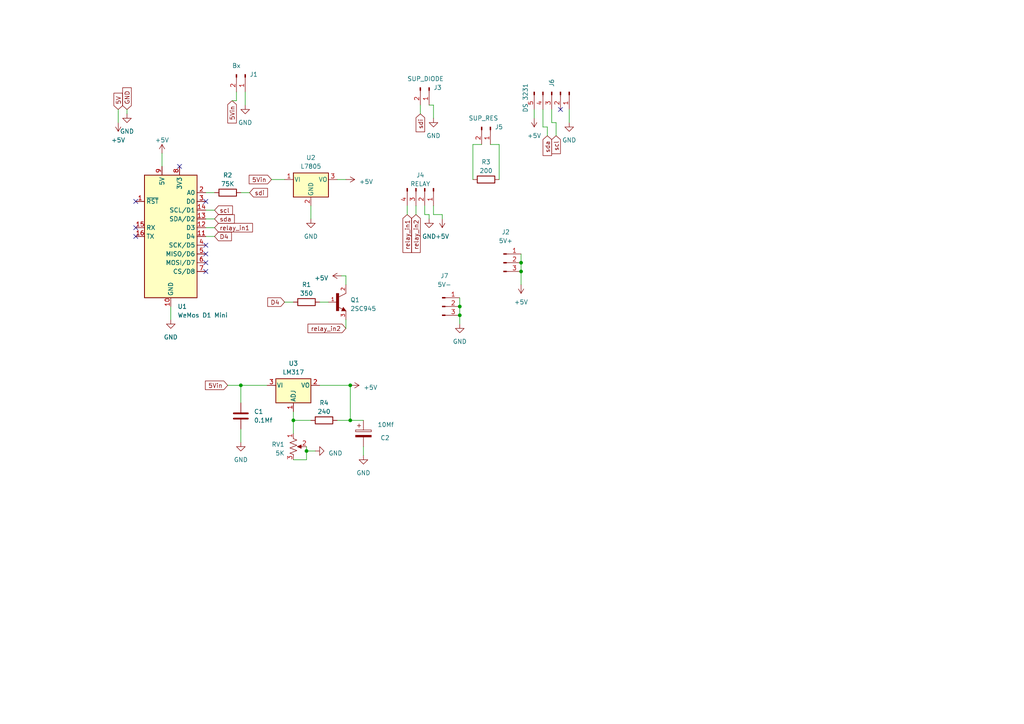
<source format=kicad_sch>
(kicad_sch (version 20230121) (generator eeschema)
  (paper "A4")
  (lib_symbols
    (symbol "Connector:Conn_01x02_Pin" (pin_names (offset 1.016) hide)
      (property "Reference" "J" (at 0 2.54 0))
      (property "Value" "Conn_01x02_Pin" (at 0 -5.08 0))
      (symbol "Conn_01x02_Pin_1_1"
        (polyline (pts (xy 1.27 -2.54) (xy 0.8636 -2.54)) (stroke (width 0.1524)))
        (polyline (pts (xy 1.27 0) (xy 0.8636 0)) (stroke (width 0.1524)))
        (rectangle (start 0.8636 -2.413) (end 0 -2.667) (stroke (width 0.1524)) (fill (type outline)))
        (rectangle (start 0.8636 0.127) (end 0 -0.127) (stroke (width 0.1524)) (fill (type outline)))
        (pin passive line (at 5.08 0 180) (length 3.81) (name "Pin_1") (number "1"))
        (pin passive line (at 5.08 -2.54 180) (length 3.81) (name "Pin_2") (number "2"))
      )
    )
    (symbol "Connector:Conn_01x03_Pin" (pin_names (offset 1.016) hide)
      (property "Reference" "J" (at 0 5.08 0))
      (property "Value" "Conn_01x03_Pin" (at 0 -5.08 0))
      (symbol "Conn_01x03_Pin_1_1"
        (polyline (pts (xy 1.27 -2.54) (xy 0.8636 -2.54)) (stroke (width 0.1524)))
        (polyline (pts (xy 1.27 0) (xy 0.8636 0)) (stroke (width 0.1524)))
        (polyline (pts (xy 1.27 2.54) (xy 0.8636 2.54)) (stroke (width 0.1524)))
        (rectangle (start 0.8636 -2.413) (end 0 -2.667) (stroke (width 0.1524)) (fill (type outline)))
        (rectangle (start 0.8636 0.127) (end 0 -0.127) (stroke (width 0.1524)) (fill (type outline)))
        (rectangle (start 0.8636 2.667) (end 0 2.413) (stroke (width 0.1524)) (fill (type outline)))
        (pin passive line (at 5.08 2.54 180) (length 3.81) (name "Pin_1") (number "1"))
        (pin passive line (at 5.08 0 180) (length 3.81) (name "Pin_2") (number "2"))
        (pin passive line (at 5.08 -2.54 180) (length 3.81) (name "Pin_3") (number "3"))
      )
    )
    (symbol "Connector:Conn_01x04_Pin" (pin_names (offset 1.016) hide)
      (property "Reference" "J" (at 0 5.08 0))
      (property "Value" "Conn_01x04_Pin" (at 0 -7.62 0))
      (symbol "Conn_01x04_Pin_1_1"
        (polyline (pts (xy 1.27 -5.08) (xy 0.8636 -5.08)) (stroke (width 0.1524)))
        (polyline (pts (xy 1.27 -2.54) (xy 0.8636 -2.54)) (stroke (width 0.1524)))
        (polyline (pts (xy 1.27 0) (xy 0.8636 0)) (stroke (width 0.1524)))
        (polyline (pts (xy 1.27 2.54) (xy 0.8636 2.54)) (stroke (width 0.1524)))
        (rectangle (start 0.8636 -4.953) (end 0 -5.207) (stroke (width 0.1524)) (fill (type outline)))
        (rectangle (start 0.8636 -2.413) (end 0 -2.667) (stroke (width 0.1524)) (fill (type outline)))
        (rectangle (start 0.8636 0.127) (end 0 -0.127) (stroke (width 0.1524)) (fill (type outline)))
        (rectangle (start 0.8636 2.667) (end 0 2.413) (stroke (width 0.1524)) (fill (type outline)))
        (pin passive line (at 5.08 2.54 180) (length 3.81) (name "Pin_1") (number "1"))
        (pin passive line (at 5.08 0 180) (length 3.81) (name "Pin_2") (number "2"))
        (pin passive line (at 5.08 -2.54 180) (length 3.81) (name "Pin_3") (number "3"))
        (pin passive line (at 5.08 -5.08 180) (length 3.81) (name "Pin_4") (number "4"))
      )
    )
    (symbol "Connector:Conn_01x05_Male" (pin_names (offset 1.016) hide)
      (property "Reference" "J" (at 0 7.62 0))
      (property "Value" "Conn_01x05_Male" (at 0 -7.62 0))
      (symbol "Conn_01x05_Male_1_1"
        (polyline (pts (xy 1.27 -5.08) (xy 0.8636 -5.08)) (stroke (width 0.1524)))
        (polyline (pts (xy 1.27 -2.54) (xy 0.8636 -2.54)) (stroke (width 0.1524)))
        (polyline (pts (xy 1.27 0) (xy 0.8636 0)) (stroke (width 0.1524)))
        (polyline (pts (xy 1.27 2.54) (xy 0.8636 2.54)) (stroke (width 0.1524)))
        (polyline (pts (xy 1.27 5.08) (xy 0.8636 5.08)) (stroke (width 0.1524)))
        (rectangle (start 0.8636 -4.953) (end 0 -5.207) (stroke (width 0.1524)) (fill (type outline)))
        (rectangle (start 0.8636 -2.413) (end 0 -2.667) (stroke (width 0.1524)) (fill (type outline)))
        (rectangle (start 0.8636 0.127) (end 0 -0.127) (stroke (width 0.1524)) (fill (type outline)))
        (rectangle (start 0.8636 2.667) (end 0 2.413) (stroke (width 0.1524)) (fill (type outline)))
        (rectangle (start 0.8636 5.207) (end 0 4.953) (stroke (width 0.1524)) (fill (type outline)))
        (pin passive line (at 5.08 5.08 180) (length 3.81) (name "Pin_1") (number "1"))
        (pin passive line (at 5.08 2.54 180) (length 3.81) (name "Pin_2") (number "2"))
        (pin passive line (at 5.08 0 180) (length 3.81) (name "Pin_3") (number "3"))
        (pin passive line (at 5.08 -2.54 180) (length 3.81) (name "Pin_4") (number "4"))
        (pin passive line (at 5.08 -5.08 180) (length 3.81) (name "Pin_5") (number "5"))
      )
    )
    (symbol "Device:C" (pin_numbers hide) (pin_names (offset 0.254))
      (property "Reference" "C" (at 0.635 2.54 0))
      (property "Value" "C" (at 0.635 -2.54 0))
      (symbol "C_0_1"
        (polyline (pts (xy -2.032 -0.762) (xy 2.032 -0.762)) (stroke (width 0.508)))
        (polyline (pts (xy -2.032 0.762) (xy 2.032 0.762)) (stroke (width 0.508)))
      )
      (symbol "C_1_1"
        (pin passive line (at 0 3.81 270) (length 2.794) (name "~") (number "1"))
        (pin passive line (at 0 -3.81 90) (length 2.794) (name "~") (number "2"))
      )
    )
    (symbol "Device:C_Polarized" (pin_numbers hide) (pin_names (offset 0.254))
      (property "Reference" "C" (at 0.635 2.54 0))
      (property "Value" "C_Polarized" (at 0.635 -2.54 0))
      (symbol "C_Polarized_0_1"
        (rectangle (start -2.286 0.508) (end 2.286 1.016))
        (polyline (pts (xy -1.778 2.286) (xy -0.762 2.286)))
        (polyline (pts (xy -1.27 2.794) (xy -1.27 1.778)))
        (rectangle (start 2.286 -0.508) (end -2.286 -1.016) (fill (type outline)))
      )
      (symbol "C_Polarized_1_1"
        (pin passive line (at 0 3.81 270) (length 2.794) (name "~") (number "1"))
        (pin passive line (at 0 -3.81 90) (length 2.794) (name "~") (number "2"))
      )
    )
    (symbol "Device:R" (pin_numbers hide) (pin_names (offset 0))
      (property "Reference" "R" (at 2.032 0 90))
      (property "Value" "R" (at 0 0 90))
      (symbol "R_0_1"
        (rectangle (start -1.016 -2.54) (end 1.016 2.54) (stroke (width 0.254)))
      )
      (symbol "R_1_1"
        (pin passive line (at 0 3.81 270) (length 1.27) (name "~") (number "1"))
        (pin passive line (at 0 -3.81 90) (length 1.27) (name "~") (number "2"))
      )
    )
    (symbol "Device:R_Potentiometer_US" (pin_names (offset 1.016) hide)
      (property "Reference" "RV" (at -4.445 0 90))
      (property "Value" "R_Potentiometer_US" (at -2.54 0 90))
      (symbol "R_Potentiometer_US_0_1"
        (polyline (pts (xy 0 -2.286) (xy 0 -2.54)))
        (polyline (pts (xy 0 2.54) (xy 0 2.286)))
        (polyline (pts (xy 2.54 0) (xy 1.524 0)))
        (polyline (pts (xy 1.143 0) (xy 2.286 0.508) (xy 2.286 -0.508) (xy 1.143 0)) (fill (type outline)))
        (polyline (pts (xy 0 -0.762) (xy 1.016 -1.143) (xy 0 -1.524) (xy -1.016 -1.905) (xy 0 -2.286)))
        (polyline (pts (xy 0 0.762) (xy 1.016 0.381) (xy 0 0) (xy -1.016 -0.381) (xy 0 -0.762)))
        (polyline (pts (xy 0 2.286) (xy 1.016 1.905) (xy 0 1.524) (xy -1.016 1.143) (xy 0 0.762)))
      )
      (symbol "R_Potentiometer_US_1_1"
        (pin passive line (at 0 3.81 270) (length 1.27) (name "1") (number "1"))
        (pin passive line (at 3.81 0 180) (length 1.27) (name "2") (number "2"))
        (pin passive line (at 0 -3.81 90) (length 1.27) (name "3") (number "3"))
      )
    )
    (symbol "MCU_Module:WeMos_D1_mini"
      (property "Reference" "U" (at 3.81 19.05 0))
      (property "Value" "WeMos_D1_mini" (at 1.27 -19.05 0))
      (symbol "WeMos_D1_mini_1_1"
        (rectangle (start -7.62 17.78) (end 7.62 -17.78) (stroke (width 0.254)) (fill (type background)))
        (pin input line (at -10.16 10.16 0) (length 2.54) (name "~{RST}") (number "1"))
        (pin power_in line (at 0 -20.32 90) (length 2.54) (name "GND") (number "10"))
        (pin bidirectional line (at 10.16 0 180) (length 2.54) (name "D4") (number "11"))
        (pin bidirectional line (at 10.16 2.54 180) (length 2.54) (name "D3") (number "12"))
        (pin bidirectional line (at 10.16 5.08 180) (length 2.54) (name "SDA/D2") (number "13"))
        (pin bidirectional line (at 10.16 7.62 180) (length 2.54) (name "SCL/D1") (number "14"))
        (pin input line (at -10.16 2.54 0) (length 2.54) (name "RX") (number "15"))
        (pin output line (at -10.16 0 0) (length 2.54) (name "TX") (number "16"))
        (pin input line (at 10.16 12.7 180) (length 2.54) (name "A0") (number "2"))
        (pin bidirectional line (at 10.16 10.16 180) (length 2.54) (name "D0") (number "3"))
        (pin bidirectional line (at 10.16 -2.54 180) (length 2.54) (name "SCK/D5") (number "4"))
        (pin bidirectional line (at 10.16 -5.08 180) (length 2.54) (name "MISO/D6") (number "5"))
        (pin bidirectional line (at 10.16 -7.62 180) (length 2.54) (name "MOSI/D7") (number "6"))
        (pin bidirectional line (at 10.16 -10.16 180) (length 2.54) (name "CS/D8") (number "7"))
        (pin power_out line (at 2.54 20.32 270) (length 2.54) (name "3V3") (number "8"))
        (pin power_in line (at -2.54 20.32 270) (length 2.54) (name "5V") (number "9"))
      )
    )
    (symbol "Regulator_Linear:LM317_TO-220" (pin_names (offset 0.254))
      (property "Reference" "U" (at -3.81 3.175 0))
      (property "Value" "LM317_TO-220" (at 0 3.175 0))
      (symbol "LM317_TO-220_0_1"
        (rectangle (start -5.08 1.905) (end 5.08 -5.08) (stroke (width 0.254)) (fill (type background)))
      )
      (symbol "LM317_TO-220_1_1"
        (pin input line (at 0 -7.62 90) (length 2.54) (name "ADJ") (number "1"))
        (pin power_out line (at 7.62 0 180) (length 2.54) (name "VO") (number "2"))
        (pin power_in line (at -7.62 0 0) (length 2.54) (name "VI") (number "3"))
      )
    )
    (symbol "Regulator_Linear:LM7805_TO220" (pin_names (offset 0.254))
      (property "Reference" "U" (at -3.81 3.175 0))
      (property "Value" "LM7805_TO220" (at 0 3.175 0))
      (symbol "LM7805_TO220_0_1"
        (rectangle (start -5.08 1.905) (end 5.08 -5.08) (stroke (width 0.254)) (fill (type background)))
      )
      (symbol "LM7805_TO220_1_1"
        (pin power_in line (at -7.62 0 0) (length 2.54) (name "VI") (number "1"))
        (pin power_in line (at 0 -7.62 90) (length 2.54) (name "GND") (number "2"))
        (pin power_out line (at 7.62 0 180) (length 2.54) (name "VO") (number "3"))
      )
    )
    (symbol "bc945:2SC945" (pin_names (offset 1.016))
      (property "Reference" "Q" (at 2.54 0.508 0))
      (property "Value" "2SC945" (at 2.54 -0.508 0))
      (symbol "2SC945_0_0"
        (rectangle (start -0.254 -2.54) (end 0.508 2.54) (stroke (width 0.1)) (fill (type outline)))
        (polyline (pts (xy 1.27 -2.54) (xy 1.778 -1.524)) (stroke (width 0.1524)))
        (polyline (pts (xy 1.524 -2.413) (xy 2.286 -2.413)) (stroke (width 0.254)))
        (polyline (pts (xy 1.524 -2.286) (xy 1.905 -2.286)) (stroke (width 0.254)))
        (polyline (pts (xy 1.54 -2.04) (xy 0.308 -1.424)) (stroke (width 0.1524)))
        (polyline (pts (xy 1.778 -1.778) (xy 1.524 -2.286)) (stroke (width 0.254)))
        (polyline (pts (xy 1.778 -1.524) (xy 2.54 -2.54)) (stroke (width 0.1524)))
        (polyline (pts (xy 1.905 -2.286) (xy 1.778 -2.032)) (stroke (width 0.254)))
        (polyline (pts (xy 2.286 -2.413) (xy 1.778 -1.778)) (stroke (width 0.254)))
        (polyline (pts (xy 2.54 -2.54) (xy 1.27 -2.54)) (stroke (width 0.1524)))
        (polyline (pts (xy 2.54 2.54) (xy 0.508 1.524)) (stroke (width 0.1524)))
        (pin passive line (at -2.54 0 0) (length 2.54) (name "~") (number "1"))
        (pin passive line (at 2.54 5.08 270) (length 2.54) (name "~") (number "2"))
        (pin passive line (at 2.54 -5.08 90) (length 2.54) (name "~") (number "3"))
      )
    )
    (symbol "power:+5V" (power) (pin_names (offset 0))
      (property "Value" "+5V" (at 0 3.556 0))
      (symbol "+5V_0_1"
        (polyline (pts (xy -0.762 1.27) (xy 0 2.54)))
        (polyline (pts (xy 0 0) (xy 0 2.54)))
        (polyline (pts (xy 0 2.54) (xy 0.762 1.27)))
      )
      (symbol "+5V_1_1"
        (pin power_in line (at 0 0 90) (length 0) hide (name "+5V") (number "1"))
      )
    )
    (symbol "power:GND" (power) (pin_names (offset 0))
      (property "Value" "GND" (at 0 -3.81 0))
      (symbol "GND_0_1"
        (polyline (pts (xy 0 0) (xy 0 -1.27) (xy 1.27 -1.27) (xy 0 -2.54) (xy -1.27 -1.27) (xy 0 -1.27)))
      )
      (symbol "GND_1_1"
        (pin power_in line (at 0 0 270) (length 0) hide (name "GND") (number "1"))
      )
    )
  )
  (junction (at 88.9 130.81))
  (junction (at 151.13 78.74))
  (junction (at 151.13 76.2))
  (junction (at 101.6 121.92))
  (junction (at 101.6 111.76))
  (junction (at 133.35 91.44))
  (junction (at 133.35 88.9))
  (junction (at 69.85 111.76))
  (junction (at 85.09 121.92))
  (no_connect (at 59.69 58.42))
  (no_connect (at 39.37 66.04))
  (no_connect (at 162.56 31.75))
  (no_connect (at 59.69 73.66))
  (no_connect (at 59.69 71.12))
  (no_connect (at 59.69 76.2))
  (no_connect (at 39.37 58.42))
  (no_connect (at 39.37 68.58))
  (no_connect (at 59.69 78.74))
  (no_connect (at 52.07 48.26))
  (wire (pts (xy 128.27 63.5) (xy 128.27 62.23)))
  (wire (pts (xy 97.79 121.92) (xy 101.6 121.92)))
  (wire (pts (xy 90.17 121.92) (xy 85.09 121.92)))
  (wire (pts (xy 118.11 59.69) (xy 118.11 62.23)))
  (wire (pts (xy 160.02 31.75) (xy 160.02 35.56)))
  (wire (pts (xy 88.9 133.35) (xy 88.9 130.81)))
  (wire (pts (xy 120.65 59.69) (xy 120.65 62.23)))
  (wire (pts (xy 71.12 26.67) (xy 71.12 30.48)))
  (wire (pts (xy 66.04 111.76) (xy 69.85 111.76)))
  (wire (pts (xy 49.53 88.9) (xy 49.53 92.71)))
  (wire (pts (xy 165.1 31.75) (xy 165.1 35.56)))
  (wire (pts (xy 133.35 88.9) (xy 133.35 91.44)))
  (wire (pts (xy 151.13 76.2) (xy 151.13 78.74)))
  (wire (pts (xy 123.19 62.23) (xy 123.19 59.69)))
  (wire (pts (xy 85.09 121.92) (xy 85.09 125.73)))
  (wire (pts (xy 69.85 55.88) (xy 72.39 55.88)))
  (wire (pts (xy 101.6 121.92) (xy 101.6 111.76)))
  (wire (pts (xy 105.41 129.54) (xy 105.41 132.08)))
  (wire (pts (xy 124.46 63.5) (xy 124.46 62.23)))
  (wire (pts (xy 59.69 63.5) (xy 62.23 63.5)))
  (wire (pts (xy 151.13 73.66) (xy 151.13 76.2)))
  (wire (pts (xy 161.29 35.56) (xy 160.02 35.56)))
  (wire (pts (xy 59.69 55.88) (xy 62.23 55.88)))
  (wire (pts (xy 69.85 111.76) (xy 77.47 111.76)))
  (wire (pts (xy 125.73 30.48) (xy 124.46 30.48)))
  (wire (pts (xy 158.75 36.83) (xy 157.48 36.83)))
  (wire (pts (xy 90.17 59.69) (xy 90.17 63.5)))
  (wire (pts (xy 88.9 130.81) (xy 88.9 129.54)))
  (wire (pts (xy 158.75 39.37) (xy 158.75 36.83)))
  (wire (pts (xy 157.48 36.83) (xy 157.48 31.75)))
  (wire (pts (xy 125.73 34.29) (xy 125.73 30.48)))
  (wire (pts (xy 100.33 92.71) (xy 100.33 95.25)))
  (wire (pts (xy 59.69 66.04) (xy 62.23 66.04)))
  (wire (pts (xy 82.55 87.63) (xy 85.09 87.63)))
  (wire (pts (xy 144.78 41.91) (xy 142.24 41.91)))
  (wire (pts (xy 161.29 39.37) (xy 161.29 35.56)))
  (wire (pts (xy 59.69 68.58) (xy 62.23 68.58)))
  (wire (pts (xy 137.16 41.91) (xy 139.7 41.91)))
  (wire (pts (xy 34.29 31.75) (xy 34.29 35.56)))
  (wire (pts (xy 88.9 130.81) (xy 91.44 130.81)))
  (wire (pts (xy 133.35 91.44) (xy 133.35 93.98)))
  (wire (pts (xy 124.46 62.23) (xy 123.19 62.23)))
  (wire (pts (xy 100.33 80.01) (xy 100.33 82.55)))
  (wire (pts (xy 69.85 111.76) (xy 69.85 116.84)))
  (wire (pts (xy 36.83 31.75) (xy 36.83 33.02)))
  (wire (pts (xy 154.94 31.75) (xy 154.94 34.29)))
  (wire (pts (xy 68.58 26.67) (xy 68.58 29.21)))
  (wire (pts (xy 151.13 78.74) (xy 151.13 82.55)))
  (wire (pts (xy 68.58 29.21) (xy 67.31 29.21)))
  (wire (pts (xy 46.99 44.45) (xy 46.99 48.26)))
  (wire (pts (xy 121.92 30.48) (xy 121.92 33.02)))
  (wire (pts (xy 92.71 87.63) (xy 95.25 87.63)))
  (wire (pts (xy 144.78 52.07) (xy 144.78 41.91)))
  (wire (pts (xy 97.79 52.07) (xy 100.33 52.07)))
  (wire (pts (xy 99.06 80.01) (xy 100.33 80.01)))
  (wire (pts (xy 137.16 52.07) (xy 137.16 41.91)))
  (wire (pts (xy 101.6 121.92) (xy 105.41 121.92)))
  (wire (pts (xy 78.74 52.07) (xy 82.55 52.07)))
  (wire (pts (xy 69.85 124.46) (xy 69.85 128.27)))
  (wire (pts (xy 59.69 60.96) (xy 62.23 60.96)))
  (wire (pts (xy 128.27 62.23) (xy 125.73 62.23)))
  (wire (pts (xy 133.35 86.36) (xy 133.35 88.9)))
  (wire (pts (xy 125.73 62.23) (xy 125.73 59.69)))
  (wire (pts (xy 85.09 121.92) (xy 85.09 119.38)))
  (wire (pts (xy 85.09 133.35) (xy 88.9 133.35)))
  (wire (pts (xy 92.71 111.76) (xy 101.6 111.76)))
  (global_label "relay_in2" (shape input) (at 120.65 62.23 270) (property "Intersheetrefs" "${INTERSHEET_REFS}" (effects hide)))
  (global_label "sdi" (shape input) (at 121.92 33.02 270) (property "Intersheetrefs" "${INTERSHEET_REFS}" (effects hide)))
  (global_label "sda" (shape input) (at 158.75 39.37 270) (property "Intersheetrefs" "${INTERSHEET_REFS}" (effects hide)))
  (global_label "5V" (shape input) (at 34.29 31.75 90) (property "Intersheetrefs" "${INTERSHEET_REFS}" (effects hide)))
  (global_label "sda" (shape input) (at 62.23 63.5 0) (property "Intersheetrefs" "${INTERSHEET_REFS}" (effects hide)))
  (global_label "GND" (shape input) (at 36.83 31.75 90) (property "Intersheetrefs" "${INTERSHEET_REFS}" (effects hide)))
  (global_label "5Vin" (shape input) (at 66.04 111.76 180) (property "Intersheetrefs" "${INTERSHEET_REFS}" (effects hide)))
  (global_label "relay_in2" (shape input) (at 100.33 95.25 180) (property "Intersheetrefs" "${INTERSHEET_REFS}" (effects hide)))
  (global_label "relay_in1" (shape input) (at 62.23 66.04 0) (property "Intersheetrefs" "${INTERSHEET_REFS}" (effects hide)))
  (global_label "5Vin" (shape input) (at 78.74 52.07 180) (property "Intersheetrefs" "${INTERSHEET_REFS}" (effects hide)))
  (global_label "scl" (shape input) (at 62.23 60.96 0) (property "Intersheetrefs" "${INTERSHEET_REFS}" (effects hide)))
  (global_label "sdi" (shape input) (at 72.39 55.88 0) (property "Intersheetrefs" "${INTERSHEET_REFS}" (effects hide)))
  (global_label "D4" (shape input) (at 62.23 68.58 0) (property "Intersheetrefs" "${INTERSHEET_REFS}" (effects hide)))
  (global_label "scl" (shape input) (at 161.29 39.37 270) (property "Intersheetrefs" "${INTERSHEET_REFS}" (effects hide)))
  (global_label "5Vin" (shape input) (at 67.31 29.21 270) (property "Intersheetrefs" "${INTERSHEET_REFS}" (effects hide)))
  (global_label "relay_in1" (shape input) (at 118.11 62.23 270) (property "Intersheetrefs" "${INTERSHEET_REFS}" (effects hide)))
  (global_label "D4" (shape input) (at 82.55 87.63 180) (property "Intersheetrefs" "${INTERSHEET_REFS}" (effects hide)))
  (symbol (lib_id "Device:R") (at 93.98 121.92 90) (unit 1)
    (property "Reference" "R4" (at 93.98 116.84 90))
    (property "Value" "240" (at 93.98 119.38 90))
    (property "Footprint" "Resistor_THT:R_Axial_DIN0207_L6.3mm_D2.5mm_P15.24mm_Horizontal" (effects hide))
  )
  (symbol (lib_id "power:GND") (at 125.73 34.29 0) (unit 1)
    (property "Reference" "#PWR011" (effects hide))
    (property "Value" "GND" (at 125.73 39.37 0))
  )
  (symbol (lib_id "power:+5V") (at 99.06 80.01 90) (unit 1)
    (property "Reference" "#PWR08" (effects hide))
    (property "Value" "+5V" (at 95.25 80.645 90) (effects (justify left)))
  )
  (symbol (lib_id "Connector:Conn_01x03_Pin") (at 146.05 76.2 0) (unit 1)
    (property "Reference" "J2" (at 146.685 67.31 0))
    (property "Value" "5V+" (at 146.685 69.85 0))
    (property "Footprint" "Connector_PinSocket_2.54mm:PinSocket_1x03_P2.54mm_Vertical" (effects hide))
  )
  (symbol (lib_id "power:GND") (at 69.85 128.27 0) (unit 1)
    (property "Reference" "#PWR018" (effects hide))
    (property "Value" "GND" (at 69.85 133.35 0))
  )
  (symbol (lib_id "power:+5V") (at 101.6 111.76 270) (unit 1)
    (property "Reference" "#PWR016" (effects hide))
    (property "Value" "+5V" (at 105.41 112.395 90) (effects (justify left)))
  )
  (symbol (lib_id "Connector:Conn_01x05_Male") (at 160.02 26.67 270) (unit 1)
    (property "Reference" "J6" (at 160.02 22.86 0) (effects (justify left)))
    (property "Value" "DS 3231" (at 152.4 24.13 0) (effects (justify left)))
    (property "Footprint" "Connector_PinSocket_2.54mm:PinSocket_1x05_P2.54mm_Vertical" (effects hide))
  )
  (symbol (lib_id "bc945:2SC945") (at 97.79 87.63 0) (unit 1)
    (property "Reference" "Q1" (at 101.6 86.995 0) (effects (justify left)))
    (property "Value" "2SC945" (at 101.6 89.535 0) (effects (justify left)))
    (property "Footprint" "to92:TO92" (effects hide))
    (property "MF" "Sanyo" (effects hide))
    (property "Description" "\nBipolar (BJT) Transistor\n" (effects hide))
    (property "Package" "TO-92 Sanyo" (effects hide))
    (property "Price" "None" (effects hide))
    (property "SnapEDA_Link" "https://www.snapeda.com/parts/2SC945/Sanyo/view-part/?ref=snap" (effects hide))
    (property "MP" "2SC945" (effects hide))
    (property "Availability" "Not in stock" (effects hide))
    (property "Check_prices" "https://www.snapeda.com/parts/2SC945/Sanyo/view-part/?ref=eda" (effects hide))
  )
  (symbol (lib_id "Connector:Conn_01x04_Pin") (at 123.19 54.61 270) (unit 1)
    (property "Reference" "J4" (at 121.92 50.8 90))
    (property "Value" "RELAY" (at 121.92 53.34 90))
    (property "Footprint" "Connector_PinSocket_2.54mm:PinSocket_1x04_P2.54mm_Vertical" (effects hide))
  )
  (symbol (lib_id "power:GND") (at 133.35 93.98 0) (unit 1)
    (property "Reference" "#PWR09" (effects hide))
    (property "Value" "GND" (at 133.35 99.06 0))
  )
  (symbol (lib_id "Connector:Conn_01x02_Pin") (at 142.24 36.83 270) (unit 1)
    (property "Reference" "J5" (at 143.51 36.83 90) (effects (justify left)))
    (property "Value" "SUP_RES" (at 135.89 34.29 90) (effects (justify left)))
    (property "Footprint" "Connector_PinSocket_2.54mm:PinSocket_1x02_P2.54mm_Vertical" (effects hide))
  )
  (symbol (lib_id "Device:R") (at 88.9 87.63 90) (unit 1)
    (property "Reference" "R1" (at 88.9 82.55 90))
    (property "Value" "350" (at 88.9 85.09 90))
    (property "Footprint" "Resistor_THT:R_Axial_DIN0207_L6.3mm_D2.5mm_P15.24mm_Horizontal" (effects hide))
  )
  (symbol (lib_id "power:GND") (at 165.1 35.56 0) (unit 1)
    (property "Reference" "#PWR015" (effects hide))
    (property "Value" "GND" (at 165.1 40.64 0))
  )
  (symbol (lib_id "Device:C_Polarized") (at 105.41 125.73 0) (unit 1)
    (property "Reference" "C2" (at 113.03 127 0) (effects (justify right)))
    (property "Value" "10Mf" (at 114.3 123.19 0) (effects (justify right)))
    (property "Footprint" "Capacitor_THT:CP_Radial_D5.0mm_P2.50mm" (effects hide))
  )
  (symbol (lib_id "power:GND") (at 124.46 63.5 0) (unit 1)
    (property "Reference" "#PWR012" (effects hide))
    (property "Value" "GND" (at 124.46 68.58 0))
  )
  (symbol (lib_id "Device:R") (at 140.97 52.07 90) (unit 1)
    (property "Reference" "R3" (at 140.97 46.99 90))
    (property "Value" "200" (at 140.97 49.53 90))
    (property "Footprint" "Resistor_THT:R_Axial_DIN0207_L6.3mm_D2.5mm_P15.24mm_Horizontal" (effects hide))
  )
  (symbol (lib_id "power:+5V") (at 151.13 82.55 180) (unit 1)
    (property "Reference" "#PWR010" (effects hide))
    (property "Value" "+5V" (at 151.13 87.63 0))
  )
  (symbol (lib_id "power:GND") (at 49.53 92.71 0) (unit 1)
    (property "Reference" "#PWR03" (effects hide))
    (property "Value" "GND" (at 49.53 97.79 0))
  )
  (symbol (lib_id "MCU_Module:WeMos_D1_mini") (at 49.53 68.58 0) (unit 1)
    (property "Reference" "U1" (at 51.4859 88.9 0) (effects (justify left)))
    (property "Value" "WeMos D1 Mini" (at 51.4859 91.44 0) (effects (justify left)))
    (property "Footprint" "Module:WEMOS_D1_mini_light" (effects hide))
    (property "Datasheet" "https://wiki.wemos.cc/products:d1:d1_mini#documentation" (effects hide))
  )
  (symbol (lib_id "power:+5V") (at 46.99 44.45 0) (unit 1)
    (property "Reference" "#PWR04" (effects hide))
    (property "Value" "+5V" (at 46.99 40.64 0))
  )
  (symbol (lib_id "power:+5V") (at 34.29 35.56 180) (unit 1)
    (property "Reference" "#PWR01" (effects hide))
    (property "Value" "+5V" (at 34.29 40.64 0))
  )
  (symbol (lib_id "power:GND") (at 71.12 30.48 0) (unit 1)
    (property "Reference" "#PWR06" (effects hide))
    (property "Value" "GND" (at 71.12 35.56 0))
  )
  (symbol (lib_id "power:+5V") (at 100.33 52.07 270) (unit 1)
    (property "Reference" "#PWR07" (effects hide))
    (property "Value" "+5V" (at 104.14 52.705 90) (effects (justify left)))
  )
  (symbol (lib_id "Device:R_Potentiometer_US") (at 85.09 129.54 0) (unit 1)
    (property "Reference" "RV1" (at 82.55 128.905 0) (effects (justify right)))
    (property "Value" "5K" (at 82.55 131.445 0) (effects (justify right)))
    (property "Footprint" "Potentiometer_THT:Potentiometer_Bourns_3296W_Vertical" (effects hide))
  )
  (symbol (lib_id "Regulator_Linear:LM317_TO-220") (at 85.09 111.76 0) (unit 1)
    (property "Reference" "U3" (at 85.09 105.41 0))
    (property "Value" "LM317" (at 85.09 107.95 0))
    (property "Footprint" "Package_TO_SOT_THT:TO-220-3_Vertical" (effects hide))
    (property "Datasheet" "http://www.ti.com/lit/ds/symlink/lm317.pdf" (effects hide))
  )
  (symbol (lib_id "power:+5V") (at 128.27 63.5 180) (unit 1)
    (property "Reference" "#PWR013" (effects hide))
    (property "Value" "+5V" (at 128.27 68.58 0))
  )
  (symbol (lib_id "Device:R") (at 66.04 55.88 90) (unit 1)
    (property "Reference" "R2" (at 66.04 50.8 90))
    (property "Value" "75K" (at 66.04 53.34 90))
    (property "Footprint" "Resistor_THT:R_Axial_DIN0207_L6.3mm_D2.5mm_P15.24mm_Horizontal" (effects hide))
  )
  (symbol (lib_id "power:GND") (at 105.41 132.08 0) (unit 1)
    (property "Reference" "#PWR019" (effects hide))
    (property "Value" "GND" (at 105.41 137.16 0))
  )
  (symbol (lib_id "Connector:Conn_01x03_Pin") (at 128.27 88.9 0) (unit 1)
    (property "Reference" "J7" (at 128.905 80.01 0))
    (property "Value" "5V-" (at 128.905 82.55 0))
    (property "Footprint" "Connector_PinSocket_2.54mm:PinSocket_1x03_P2.54mm_Vertical" (effects hide))
  )
  (symbol (lib_id "power:GND") (at 91.44 130.81 90) (unit 1)
    (property "Reference" "#PWR017" (effects hide))
    (property "Value" "GND" (at 95.25 131.445 90) (effects (justify right)))
  )
  (symbol (lib_id "Device:C") (at 69.85 120.65 180) (unit 1)
    (property "Reference" "C1" (at 73.66 119.3799 0) (effects (justify right)))
    (property "Value" "0.1Mf" (at 73.66 121.9199 0) (effects (justify right)))
    (property "Footprint" "Capacitor_THT:C_Axial_L3.8mm_D2.6mm_P7.50mm_Horizontal" (effects hide))
  )
  (symbol (lib_id "power:+5V") (at 154.94 34.29 180) (unit 1)
    (property "Reference" "#PWR014" (effects hide))
    (property "Value" "+5V" (at 154.94 39.37 0))
  )
  (symbol (lib_id "power:GND") (at 36.83 33.02 0) (unit 1)
    (property "Reference" "#PWR02" (effects hide))
    (property "Value" "GND" (at 36.83 38.1 0))
  )
  (symbol (lib_id "Regulator_Linear:LM7805_TO220") (at 90.17 52.07 0) (unit 1)
    (property "Reference" "U2" (at 90.17 45.72 0))
    (property "Value" "L7805" (at 90.17 48.26 0))
    (property "Footprint" "Package_TO_SOT_THT:TO-220-3_Vertical" (effects hide))
    (property "Datasheet" "https://www.onsemi.cn/PowerSolutions/document/MC7800-D.PDF" (effects hide))
  )
  (symbol (lib_id "Connector:Conn_01x02_Pin") (at 71.12 21.59 270) (unit 1)
    (property "Reference" "J1" (at 72.39 21.59 90) (effects (justify left)))
    (property "Value" "Bx" (at 67.31 19.05 90) (effects (justify left)))
    (property "Footprint" "Connector_PinSocket_2.54mm:PinSocket_1x02_P2.54mm_Vertical" (effects hide))
  )
  (symbol (lib_id "Connector:Conn_01x02_Pin") (at 124.46 25.4 270) (unit 1)
    (property "Reference" "J3" (at 125.73 25.4 90) (effects (justify left)))
    (property "Value" "SUP_DIODE" (at 118.11 22.86 90) (effects (justify left)))
    (property "Footprint" "Connector_PinSocket_2.54mm:PinSocket_1x02_P2.54mm_Vertical" (effects hide))
  )
  (symbol (lib_id "power:GND") (at 90.17 63.5 0) (unit 1)
    (property "Reference" "#PWR05" (effects hide))
    (property "Value" "GND" (at 90.17 68.58 0))
  )
)
</source>
